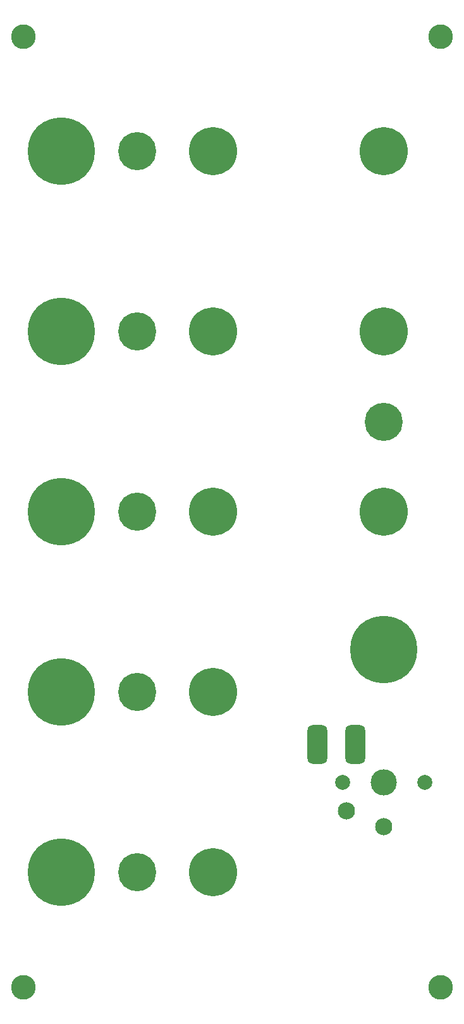
<source format=gbr>
G04 #@! TF.GenerationSoftware,KiCad,Pcbnew,(6.0.5)*
G04 #@! TF.CreationDate,2022-05-27T13:29:11-04:00*
G04 #@! TF.ProjectId,minidrone,6d696e69-6472-46f6-9e65-2e6b69636164,rev?*
G04 #@! TF.SameCoordinates,Original*
G04 #@! TF.FileFunction,Soldermask,Bot*
G04 #@! TF.FilePolarity,Negative*
%FSLAX46Y46*%
G04 Gerber Fmt 4.6, Leading zero omitted, Abs format (unit mm)*
G04 Created by KiCad (PCBNEW (6.0.5)) date 2022-05-27 13:29:11*
%MOMM*%
%LPD*%
G01*
G04 APERTURE LIST*
G04 Aperture macros list*
%AMRoundRect*
0 Rectangle with rounded corners*
0 $1 Rounding radius*
0 $2 $3 $4 $5 $6 $7 $8 $9 X,Y pos of 4 corners*
0 Add a 4 corners polygon primitive as box body*
4,1,4,$2,$3,$4,$5,$6,$7,$8,$9,$2,$3,0*
0 Add four circle primitives for the rounded corners*
1,1,$1+$1,$2,$3*
1,1,$1+$1,$4,$5*
1,1,$1+$1,$6,$7*
1,1,$1+$1,$8,$9*
0 Add four rect primitives between the rounded corners*
20,1,$1+$1,$2,$3,$4,$5,0*
20,1,$1+$1,$4,$5,$6,$7,0*
20,1,$1+$1,$6,$7,$8,$9,0*
20,1,$1+$1,$8,$9,$2,$3,0*%
G04 Aperture macros list end*
%ADD10C,6.452000*%
%ADD11C,3.302000*%
%ADD12C,8.992000*%
%ADD13C,5.102000*%
%ADD14C,2.002000*%
%ADD15C,3.502000*%
%ADD16C,2.302000*%
%ADD17RoundRect,0.686000X0.635000X1.905000X-0.635000X1.905000X-0.635000X-1.905000X0.635000X-1.905000X0*%
G04 APERTURE END LIST*
D10*
X116840000Y-92710000D03*
D11*
X124460000Y-29083000D03*
D12*
X73660000Y-140970000D03*
X73660000Y-116840000D03*
D13*
X83820000Y-140970000D03*
X83820000Y-116840000D03*
D11*
X124460000Y-156337000D03*
D10*
X116840000Y-44450000D03*
D12*
X73660000Y-92710000D03*
D13*
X83820000Y-44450000D03*
D10*
X93980000Y-44450000D03*
D14*
X111340000Y-128905000D03*
X122340000Y-128905000D03*
D15*
X116840000Y-128905000D03*
D16*
X116840000Y-134805000D03*
X111840000Y-132705000D03*
D10*
X116840000Y-68580000D03*
X93980000Y-68580000D03*
X93980000Y-92710000D03*
X93980000Y-140970000D03*
D12*
X73660000Y-68580000D03*
D10*
X93980000Y-116840000D03*
D11*
X68580000Y-29083000D03*
D13*
X83820000Y-68580000D03*
D11*
X68580000Y-156337000D03*
D12*
X116840000Y-111125000D03*
X73660000Y-44450000D03*
D13*
X83820000Y-92710000D03*
X116840000Y-80645000D03*
D17*
X113030000Y-123825000D03*
X107950000Y-123825000D03*
M02*

</source>
